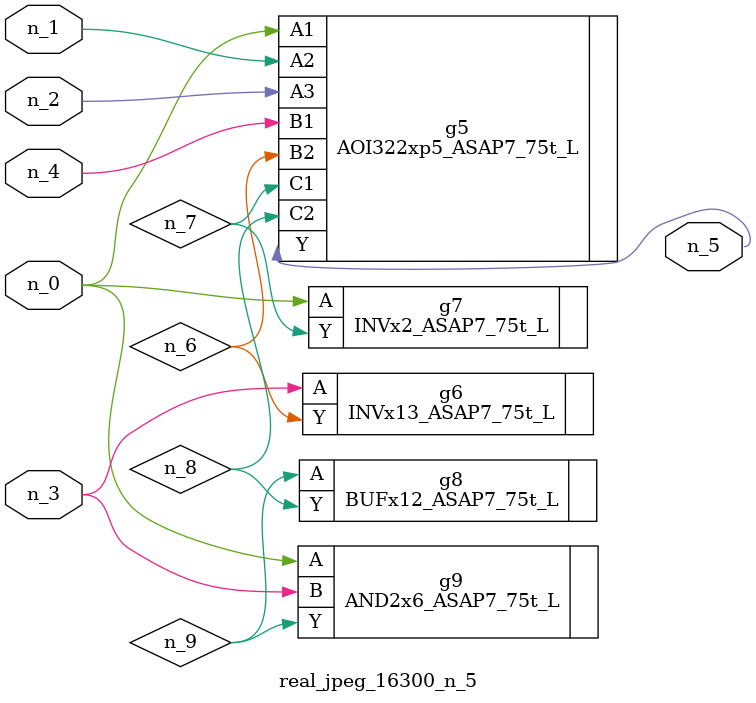
<source format=v>
module real_jpeg_16300_n_5 (n_4, n_0, n_1, n_2, n_3, n_5);

input n_4;
input n_0;
input n_1;
input n_2;
input n_3;

output n_5;

wire n_8;
wire n_6;
wire n_7;
wire n_9;

AOI322xp5_ASAP7_75t_L g5 ( 
.A1(n_0),
.A2(n_1),
.A3(n_2),
.B1(n_4),
.B2(n_6),
.C1(n_7),
.C2(n_8),
.Y(n_5)
);

INVx2_ASAP7_75t_L g7 ( 
.A(n_0),
.Y(n_7)
);

AND2x6_ASAP7_75t_L g9 ( 
.A(n_0),
.B(n_3),
.Y(n_9)
);

INVx13_ASAP7_75t_L g6 ( 
.A(n_3),
.Y(n_6)
);

BUFx12_ASAP7_75t_L g8 ( 
.A(n_9),
.Y(n_8)
);


endmodule
</source>
